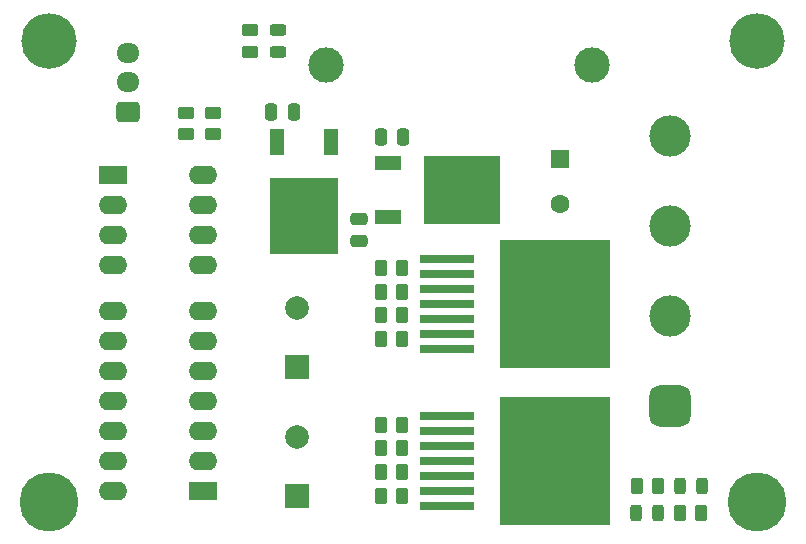
<source format=gbr>
%TF.GenerationSoftware,KiCad,Pcbnew,(6.0.2)*%
%TF.CreationDate,2022-03-25T17:55:46+07:00*%
%TF.ProjectId,Driver_motor_V02,44726976-6572-45f6-9d6f-746f725f5630,rev?*%
%TF.SameCoordinates,Original*%
%TF.FileFunction,Soldermask,Top*%
%TF.FilePolarity,Negative*%
%FSLAX46Y46*%
G04 Gerber Fmt 4.6, Leading zero omitted, Abs format (unit mm)*
G04 Created by KiCad (PCBNEW (6.0.2)) date 2022-03-25 17:55:46*
%MOMM*%
%LPD*%
G01*
G04 APERTURE LIST*
G04 Aperture macros list*
%AMRoundRect*
0 Rectangle with rounded corners*
0 $1 Rounding radius*
0 $2 $3 $4 $5 $6 $7 $8 $9 X,Y pos of 4 corners*
0 Add a 4 corners polygon primitive as box body*
4,1,4,$2,$3,$4,$5,$6,$7,$8,$9,$2,$3,0*
0 Add four circle primitives for the rounded corners*
1,1,$1+$1,$2,$3*
1,1,$1+$1,$4,$5*
1,1,$1+$1,$6,$7*
1,1,$1+$1,$8,$9*
0 Add four rect primitives between the rounded corners*
20,1,$1+$1,$2,$3,$4,$5,0*
20,1,$1+$1,$4,$5,$6,$7,0*
20,1,$1+$1,$6,$7,$8,$9,0*
20,1,$1+$1,$8,$9,$2,$3,0*%
G04 Aperture macros list end*
%ADD10R,1.200000X2.200000*%
%ADD11R,5.800000X6.400000*%
%ADD12RoundRect,0.250000X0.725000X-0.600000X0.725000X0.600000X-0.725000X0.600000X-0.725000X-0.600000X0*%
%ADD13O,1.950000X1.700000*%
%ADD14R,2.000000X2.000000*%
%ADD15C,2.000000*%
%ADD16C,4.700000*%
%ADD17RoundRect,0.250000X-0.262500X-0.450000X0.262500X-0.450000X0.262500X0.450000X-0.262500X0.450000X0*%
%ADD18RoundRect,0.250000X-0.250000X-0.475000X0.250000X-0.475000X0.250000X0.475000X-0.250000X0.475000X0*%
%ADD19R,2.400000X1.600000*%
%ADD20O,2.400000X1.600000*%
%ADD21C,5.000000*%
%ADD22R,1.600000X1.600000*%
%ADD23C,1.600000*%
%ADD24RoundRect,0.250000X-0.475000X0.250000X-0.475000X-0.250000X0.475000X-0.250000X0.475000X0.250000X0*%
%ADD25RoundRect,0.875000X0.875000X-0.875000X0.875000X0.875000X-0.875000X0.875000X-0.875000X-0.875000X0*%
%ADD26C,3.500000*%
%ADD27RoundRect,0.250000X-0.450000X0.262500X-0.450000X-0.262500X0.450000X-0.262500X0.450000X0.262500X0*%
%ADD28RoundRect,0.243750X0.243750X0.456250X-0.243750X0.456250X-0.243750X-0.456250X0.243750X-0.456250X0*%
%ADD29R,4.600000X0.800000*%
%ADD30R,9.400000X10.800000*%
%ADD31C,3.000000*%
%ADD32RoundRect,0.250000X0.450000X-0.262500X0.450000X0.262500X-0.450000X0.262500X-0.450000X-0.262500X0*%
%ADD33RoundRect,0.243750X0.456250X-0.243750X0.456250X0.243750X-0.456250X0.243750X-0.456250X-0.243750X0*%
%ADD34R,2.200000X1.200000*%
%ADD35R,6.400000X5.800000*%
%ADD36RoundRect,0.243750X-0.243750X-0.456250X0.243750X-0.456250X0.243750X0.456250X-0.243750X0.456250X0*%
G04 APERTURE END LIST*
D10*
%TO.C,U1*%
X132380000Y-98300000D03*
D11*
X130100000Y-104600000D03*
D10*
X127820000Y-98300000D03*
%TD*%
D12*
%TO.C,J2*%
X115225000Y-95750000D03*
D13*
X115225000Y-93250000D03*
X115225000Y-90750000D03*
%TD*%
D14*
%TO.C,C1*%
X129500000Y-117367677D03*
D15*
X129500000Y-112367677D03*
%TD*%
D16*
%TO.C,REF\u002A\u002A*%
X108500000Y-89750000D03*
%TD*%
D17*
%TO.C,R7*%
X136612500Y-109000000D03*
X138437500Y-109000000D03*
%TD*%
D18*
%TO.C,C3*%
X136600000Y-97850000D03*
X138500000Y-97850000D03*
%TD*%
D19*
%TO.C,U3*%
X113975000Y-101075000D03*
D20*
X113975000Y-103615000D03*
X113975000Y-106155000D03*
X113975000Y-108695000D03*
X121595000Y-108695000D03*
X121595000Y-106155000D03*
X121595000Y-103615000D03*
X121595000Y-101075000D03*
%TD*%
D17*
%TO.C,R15*%
X158275000Y-127450000D03*
X160100000Y-127450000D03*
%TD*%
D21*
%TO.C,REF\u002A\u002A*%
X108500000Y-128750000D03*
%TD*%
D17*
%TO.C,R6*%
X136612500Y-111000000D03*
X138437500Y-111000000D03*
%TD*%
%TO.C,R2*%
X136612500Y-124250000D03*
X138437500Y-124250000D03*
%TD*%
%TO.C,R5*%
X136612500Y-113000000D03*
X138437500Y-113000000D03*
%TD*%
D22*
%TO.C,C2*%
X151750000Y-99747349D03*
D23*
X151750000Y-103547349D03*
%TD*%
D17*
%TO.C,R4*%
X136612500Y-126250000D03*
X138437500Y-126250000D03*
%TD*%
D24*
%TO.C,C4*%
X134750000Y-104800000D03*
X134750000Y-106700000D03*
%TD*%
D17*
%TO.C,R9*%
X136612500Y-115000000D03*
X138437500Y-115000000D03*
%TD*%
D25*
%TO.C,J1*%
X161125000Y-120680000D03*
D26*
X161125000Y-113060000D03*
X161125000Y-105440000D03*
X161125000Y-97820000D03*
%TD*%
D21*
%TO.C,REF\u002A\u002A*%
X168500000Y-128750000D03*
%TD*%
D14*
%TO.C,C5*%
X129500000Y-128250000D03*
D15*
X129500000Y-123250000D03*
%TD*%
D17*
%TO.C,R3*%
X136612500Y-122250000D03*
X138437500Y-122250000D03*
%TD*%
D27*
%TO.C,R11*%
X122375000Y-95837500D03*
X122375000Y-97662500D03*
%TD*%
D28*
%TO.C,D3*%
X163787500Y-127450000D03*
X161912500Y-127450000D03*
%TD*%
D29*
%TO.C,Q2*%
X142250000Y-108250000D03*
X142250000Y-109520000D03*
X142250000Y-110790000D03*
X142250000Y-112060000D03*
X142250000Y-113330000D03*
X142250000Y-114600000D03*
X142250000Y-115870000D03*
D30*
X151400000Y-112060000D03*
%TD*%
D17*
%TO.C,R14*%
X161937500Y-129750000D03*
X163762500Y-129750000D03*
%TD*%
%TO.C,R1*%
X136612500Y-128250000D03*
X138437500Y-128250000D03*
%TD*%
D31*
%TO.C,F1*%
X154500000Y-91750000D03*
X132000000Y-91750000D03*
%TD*%
D32*
%TO.C,R8*%
X125500000Y-90662500D03*
X125500000Y-88837500D03*
%TD*%
D16*
%TO.C,REF\u002A\u002A*%
X168500000Y-89750000D03*
%TD*%
D29*
%TO.C,Q1*%
X142250000Y-121480000D03*
X142250000Y-122750000D03*
X142250000Y-124020000D03*
X142250000Y-125290000D03*
X142250000Y-126560000D03*
X142250000Y-127830000D03*
X142250000Y-129100000D03*
D30*
X151400000Y-125290000D03*
%TD*%
D33*
%TO.C,D1*%
X127887500Y-90687500D03*
X127887500Y-88812500D03*
%TD*%
D34*
%TO.C,U4*%
X137200000Y-100120000D03*
D35*
X143500000Y-102400000D03*
D34*
X137200000Y-104680000D03*
%TD*%
D27*
%TO.C,R10*%
X120125000Y-95837500D03*
X120125000Y-97662500D03*
%TD*%
D18*
%TO.C,C8*%
X127350000Y-95800000D03*
X129250000Y-95800000D03*
%TD*%
D19*
%TO.C,U2*%
X121550000Y-127830000D03*
D20*
X121550000Y-125290000D03*
X121550000Y-122750000D03*
X121550000Y-120210000D03*
X121550000Y-117670000D03*
X121550000Y-115130000D03*
X121550000Y-112590000D03*
X113930000Y-112590000D03*
X113930000Y-115130000D03*
X113930000Y-117670000D03*
X113930000Y-120210000D03*
X113930000Y-122750000D03*
X113930000Y-125290000D03*
X113930000Y-127830000D03*
%TD*%
D36*
%TO.C,D2*%
X158250000Y-129750000D03*
X160125000Y-129750000D03*
%TD*%
M02*

</source>
